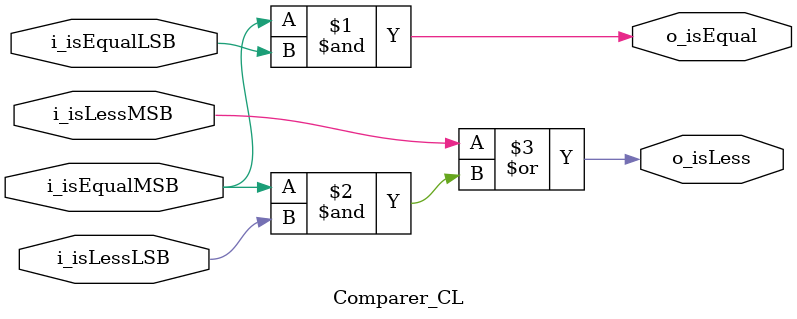
<source format=sv>
module Comparer
# (
    parameter WIDTH = 32)
(
    input  logic [WIDTH-1:0] i_dataA,
    input  logic [WIDTH-1:0] i_dataB,
    output logic             o_isEqual,
    output logic             o_isLess);

    generate

        genvar i, j;

        localparam NUM_LEVELS = $clog2(WIDTH);

        for (i = 0; i < NUM_LEVELS; i++) begin: BLK1

            localparam NUM_BITS = WIDTH/(2**i)/2;

            logic isEqual[NUM_BITS];
            logic isLess[NUM_BITS];

            for (j = 0; j < NUM_BITS; j++) begin: BLK2

                // Primer nivell
                //
                if (i == 0) begin
                    Comparer_CMP cmp (
                        .i_dataA  (i_dataA[j+j+1:j+j]),
                        .i_dataB  (i_dataB[j+j+1:j+j]),
                        .o_isEqual (BLK1[i].isEqual[j]),
                        .o_isLess  (BLK1[i].isLess[j]));
                end

                // Ultim nivell
                //
                else if (i == NUM_LEVELS-1) begin
                    Comparer_CL cl(
                        .i_isEqualLSB (BLK1[i-1].isEqual[j+j]),
                        .i_isLessLSB  (BLK1[i-1].isLess[j+j]),
                        .i_isEqualMSB (BLK1[i-1].isEqual[j+j+1]),
                        .i_isLessMSB  (BLK1[i-1].isLess[j+j+1]),
                        .o_isEqual    (o_isEqual),
                        .o_isLess     (o_isLess));
                end

                // Nivells intermitjos
                //
                else begin
                    Comparer_CL cl(
                        .i_isEqualLSB (BLK1[i-1].isEqual[j+j]),
                        .i_isLessLSB  (BLK1[i-1].isLess[j+j]),
                        .i_isEqualMSB (BLK1[i-1].isEqual[j+j+1]),
                        .i_isLessMSB  (BLK1[i-1].isLess[j+j+1]),
                        .o_isEqual    (BLK1[i].isEqual[j]),
                        .o_isLess     (BLK1[i].isLess[j]));
                end
            end
        end
    endgenerate


endmodule


module Comparer_CMP (
    input  logic [1:0] i_dataA,
    input  logic [1:0] i_dataB,
    output logic       o_isEqual,
    output logic       o_isLess);

    assign o_isEqual =
        (~i_dataA[1] & ~i_dataA[0] & ~i_dataB[1] & ~i_dataB[0]) |
        (~i_dataA[1] &  i_dataA[0] & ~i_dataB[1] &  i_dataB[0]) |
        ( i_dataA[1] & ~i_dataA[0] &  i_dataB[1] & ~i_dataB[0]) |
        ( i_dataA[1] &  i_dataA[0] &  i_dataB[1] &  i_dataB[0]);

    assign o_isLess =
        (~i_dataA[1] & ~i_dataA[0] & i_dataB[0]) |
        (~i_dataA[1] &  i_dataB[1]) |
        ( i_dataA[1] & ~i_dataA[0] & i_dataB[1] & i_dataB[0]);

endmodule


module Comparer_CL (
    input  logic i_isEqualLSB,
    input  logic i_isLessLSB,
    input  logic i_isEqualMSB,
    input  logic i_isLessMSB,
    output logic o_isEqual,
    output logic o_isLess);

    assign o_isEqual = i_isEqualMSB & i_isEqualLSB;
    assign o_isLess = i_isLessMSB | (i_isEqualMSB & i_isLessLSB);

endmodule

</source>
